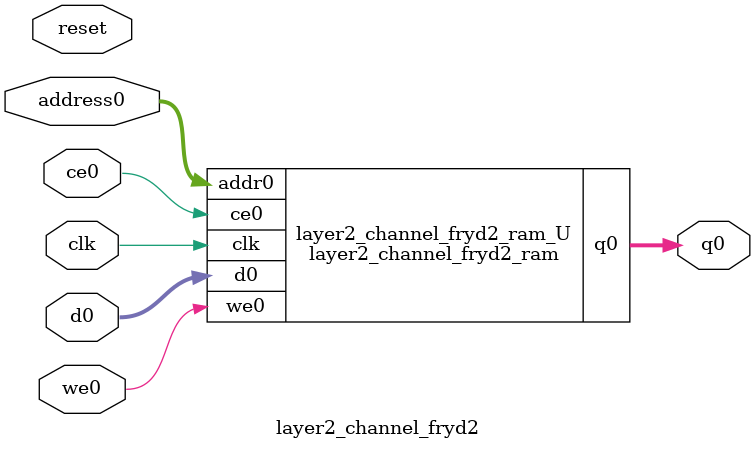
<source format=v>
`timescale 1 ns / 1 ps
module layer2_channel_fryd2_ram (addr0, ce0, d0, we0, q0,  clk);

parameter DWIDTH = 12;
parameter AWIDTH = 13;
parameter MEM_SIZE = 5508;

input[AWIDTH-1:0] addr0;
input ce0;
input[DWIDTH-1:0] d0;
input we0;
output reg[DWIDTH-1:0] q0;
input clk;

(* ram_style = "block" *)reg [DWIDTH-1:0] ram[0:MEM_SIZE-1];




always @(posedge clk)  
begin 
    if (ce0) 
    begin
        if (we0) 
        begin 
            ram[addr0] <= d0; 
        end 
        q0 <= ram[addr0];
    end
end


endmodule

`timescale 1 ns / 1 ps
module layer2_channel_fryd2(
    reset,
    clk,
    address0,
    ce0,
    we0,
    d0,
    q0);

parameter DataWidth = 32'd12;
parameter AddressRange = 32'd5508;
parameter AddressWidth = 32'd13;
input reset;
input clk;
input[AddressWidth - 1:0] address0;
input ce0;
input we0;
input[DataWidth - 1:0] d0;
output[DataWidth - 1:0] q0;



layer2_channel_fryd2_ram layer2_channel_fryd2_ram_U(
    .clk( clk ),
    .addr0( address0 ),
    .ce0( ce0 ),
    .we0( we0 ),
    .d0( d0 ),
    .q0( q0 ));

endmodule


</source>
